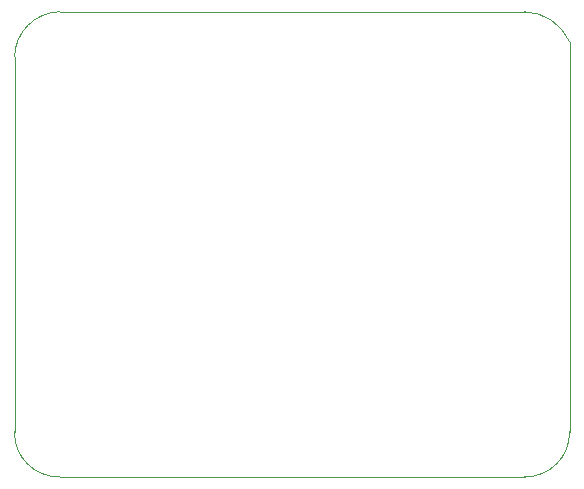
<source format=gbr>
%TF.GenerationSoftware,KiCad,Pcbnew,(6.0.8)*%
%TF.CreationDate,2023-08-22T19:06:44+05:30*%
%TF.ProjectId,stmwork,73746d77-6f72-46b2-9e6b-696361645f70,v1*%
%TF.SameCoordinates,Original*%
%TF.FileFunction,Profile,NP*%
%FSLAX46Y46*%
G04 Gerber Fmt 4.6, Leading zero omitted, Abs format (unit mm)*
G04 Created by KiCad (PCBNEW (6.0.8)) date 2023-08-22 19:06:44*
%MOMM*%
%LPD*%
G01*
G04 APERTURE LIST*
%TA.AperFunction,Profile*%
%ADD10C,0.100000*%
%TD*%
G04 APERTURE END LIST*
D10*
X113030000Y-88900000D02*
X152400000Y-88900000D01*
X156210000Y-52070000D02*
X156210000Y-85090000D01*
X109220000Y-53340000D02*
X109220000Y-85090000D01*
X152400000Y-88900000D02*
G75*
G03*
X156210000Y-85090000I94300J3715700D01*
G01*
X109220000Y-85090000D02*
G75*
G03*
X113030000Y-88900000I3717000J-93000D01*
G01*
X113030000Y-49530000D02*
G75*
G03*
X109220000Y-53340000I94200J-3904200D01*
G01*
X113030000Y-49530000D02*
X152400000Y-49530000D01*
X156210027Y-52069988D02*
G75*
G03*
X152400000Y-49530000I-3913327J-1742512D01*
G01*
M02*

</source>
